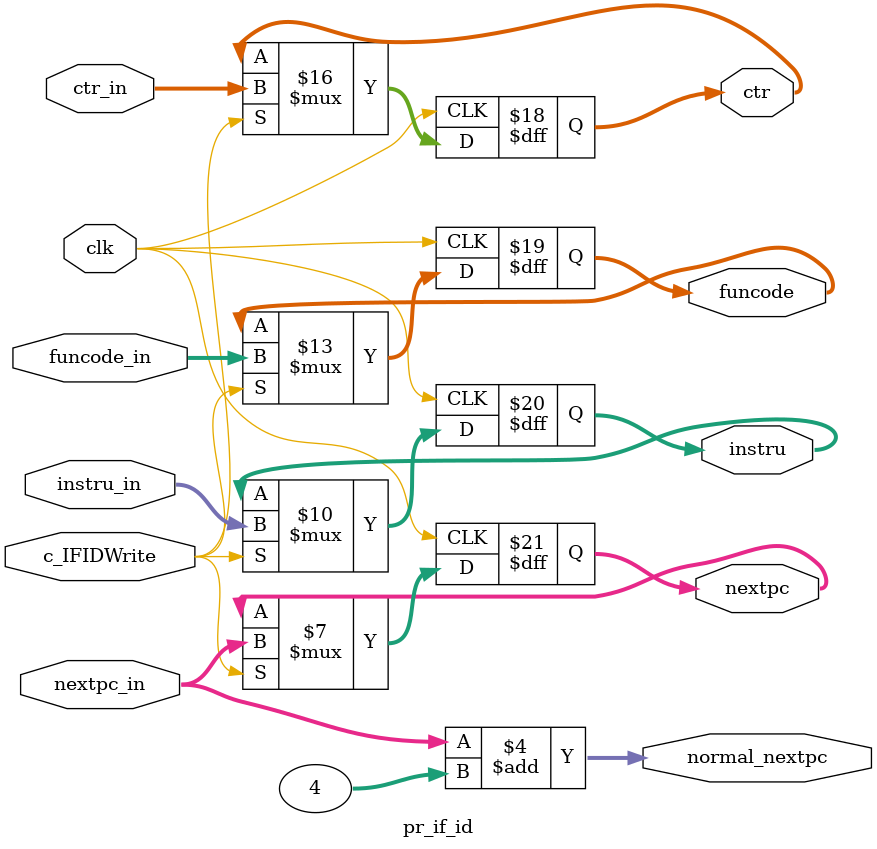
<source format=v>

`timescale 1ns / 1ps

module pr_if_id(
  input clk,
  input c_IFIDWrite,
  input [5:0] ctr_in,
  input [5:0] funcode_in,
  input [31:0] instru_in,
  input [31:0] nextpc_in, // next pc
  output reg [5:0] ctr, // [31-26]
  output reg [5:0] funcode, // [5-0]
  output reg [31:0] instru, // [31-0]
  output reg [31:0] nextpc, // to next_pc.v
  output reg [31:0] normal_nextpc // pc+4, passing to pc
);

  initial begin
    ctr = 6'b111111;
    funcode = 6'b000000;
    instru = 32'b11111100000000000000000000000000;
    nextpc = 32'b0;
  end

  always @(posedge clk) begin
    if (c_IFIDWrite == 1) begin
      ctr = ctr_in;
      funcode = funcode_in;
      instru = instru_in;
      nextpc = nextpc_in;
    end
  end

  always @(nextpc_in) begin
    normal_nextpc = nextpc_in + 4;
  end

endmodule

</source>
